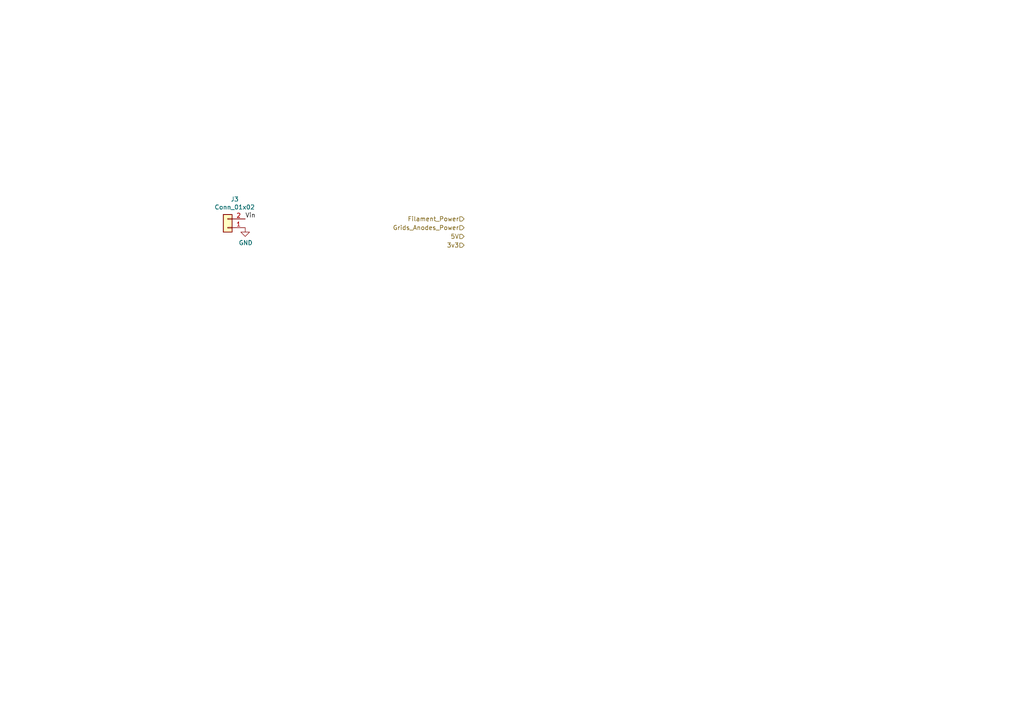
<source format=kicad_sch>
(kicad_sch (version 20211123) (generator eeschema)
  (paper "A4")
  (lib_symbols
    (symbol "Connector_Generic:Conn_01x02" (pin_names (offset 1.016) hide)
      (property "Reference" "J" (at 0 2.54 0))
      (property "Value" "Conn_01x02" (at 0 -5.08 0))
      (symbol "Conn_01x02_1_1"
        (rectangle (start -1.27 -2.413) (end 0 -2.667) (stroke (width 0.1524)))
        (rectangle (start -1.27 0.127) (end 0 -0.127) (stroke (width 0.1524)))
        (rectangle (start -1.27 1.27) (end 1.27 -3.81) (stroke (width 0.254)) (fill (type background)))
        (pin passive line (at -5.08 0 0) (length 3.81) (name "Pin_1") (number "1"))
        (pin passive line (at -5.08 -2.54 0) (length 3.81) (name "Pin_2") (number "2"))
      )
    )
    (symbol "power:GND" (power) (pin_names (offset 0))
      (property "Value" "GND" (at 0 -3.81 0))
      (symbol "GND_0_1"
        (polyline (pts (xy 0 0) (xy 0 -1.27) (xy 1.27 -1.27) (xy 0 -2.54) (xy -1.27 -1.27) (xy 0 -1.27)))
      )
      (symbol "GND_1_1"
        (pin power_in line (at 0 0 270) (length 0) hide (name "GND") (number "1"))
      )
    )
  )
  (label "Vin" (at 71.12 63.5 0))
  (hierarchical_label "3v3" (shape input) (at 134.62 71.12 180))
  (hierarchical_label "Grids_Anodes_Power" (shape input) (at 134.62 66.04 180))
  (hierarchical_label "Filament_Power" (shape input) (at 134.62 63.5 180))
  (hierarchical_label "5V" (shape input) (at 134.62 68.58 180))
  (symbol (lib_id "power:GND") (at 71.12 66.04 0) (unit 1)
    (property "Reference" "#PWR0168" (effects hide))
    (property "Value" "GND" (at 71.247 70.4342 0))
  )
  (symbol (lib_id "Connector_Generic:Conn_01x02") (at 66.04 66.04 180) (unit 1)
    (property "Reference" "J3" (at 68.072 57.785 0))
    (property "Value" "Conn_01x02" (at 68.072 60.0964 0))
  )
)
</source>
